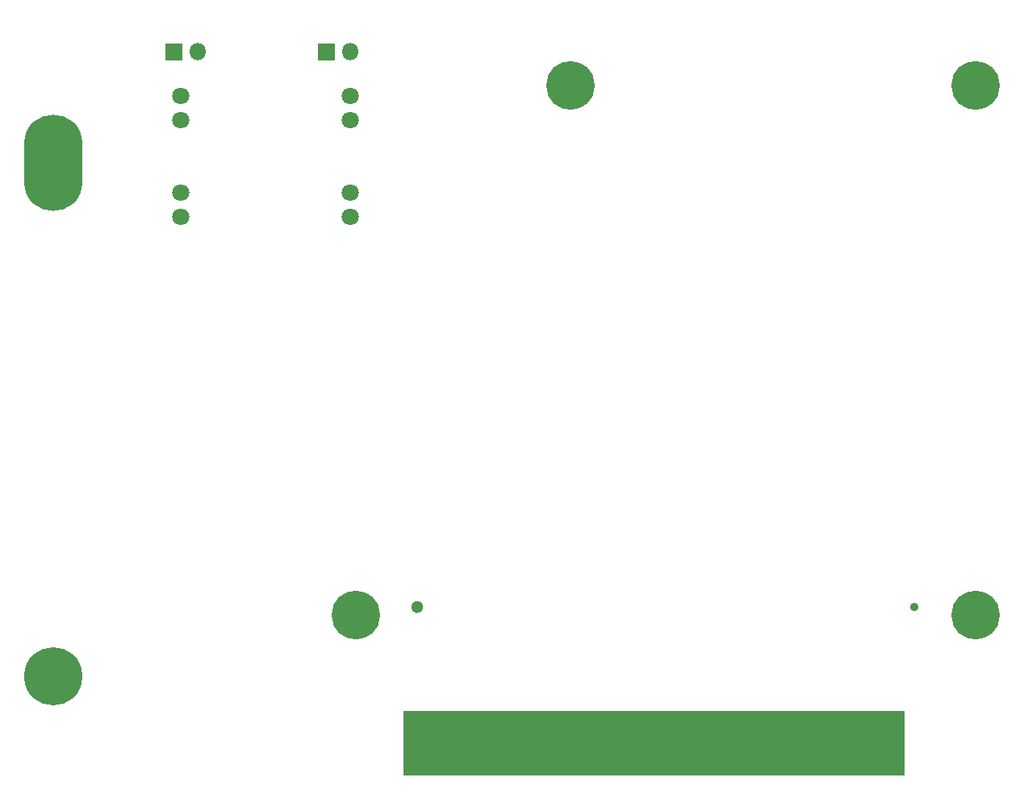
<source format=gbs>
%TF.GenerationSoftware,KiCad,Pcbnew,(5.1.9)-1*%
%TF.CreationDate,2021-07-12T14:13:14+08:00*%
%TF.ProjectId,V1,56312e6b-6963-4616-945f-706362585858,rev?*%
%TF.SameCoordinates,Original*%
%TF.FileFunction,Soldermask,Bot*%
%TF.FilePolarity,Negative*%
%FSLAX46Y46*%
G04 Gerber Fmt 4.6, Leading zero omitted, Abs format (unit mm)*
G04 Created by KiCad (PCBNEW (5.1.9)-1) date 2021-07-12 14:13:14*
%MOMM*%
%LPD*%
G01*
G04 APERTURE LIST*
%ADD10C,0.100000*%
%ADD11O,6.100000X10.100000*%
%ADD12C,6.100000*%
%ADD13C,5.100000*%
%ADD14C,1.300000*%
%ADD15C,0.900000*%
%ADD16O,1.800000X1.800000*%
%ADD17C,1.800000*%
G04 APERTURE END LIST*
D10*
G36*
X184750000Y-135000000D02*
G01*
X132250000Y-135000000D01*
X132250000Y-128350000D01*
X184750000Y-128350000D01*
X184750000Y-135000000D01*
G37*
X184750000Y-135000000D02*
X132250000Y-135000000D01*
X132250000Y-128350000D01*
X184750000Y-128350000D01*
X184750000Y-135000000D01*
G36*
G01*
X183250000Y-132700000D02*
X183250000Y-128400000D01*
G75*
G02*
X183300000Y-128350000I50000J0D01*
G01*
X184000000Y-128350000D01*
G75*
G02*
X184050000Y-128400000I0J-50000D01*
G01*
X184050000Y-132700000D01*
G75*
G02*
X184000000Y-132750000I-50000J0D01*
G01*
X183300000Y-132750000D01*
G75*
G02*
X183250000Y-132700000I0J50000D01*
G01*
G37*
G36*
G01*
X182250000Y-132700000D02*
X182250000Y-128400000D01*
G75*
G02*
X182300000Y-128350000I50000J0D01*
G01*
X183000000Y-128350000D01*
G75*
G02*
X183050000Y-128400000I0J-50000D01*
G01*
X183050000Y-132700000D01*
G75*
G02*
X183000000Y-132750000I-50000J0D01*
G01*
X182300000Y-132750000D01*
G75*
G02*
X182250000Y-132700000I0J50000D01*
G01*
G37*
G36*
G01*
X181250000Y-132700000D02*
X181250000Y-128400000D01*
G75*
G02*
X181300000Y-128350000I50000J0D01*
G01*
X182000000Y-128350000D01*
G75*
G02*
X182050000Y-128400000I0J-50000D01*
G01*
X182050000Y-132700000D01*
G75*
G02*
X182000000Y-132750000I-50000J0D01*
G01*
X181300000Y-132750000D01*
G75*
G02*
X181250000Y-132700000I0J50000D01*
G01*
G37*
G36*
G01*
X180250000Y-132700000D02*
X180250000Y-128400000D01*
G75*
G02*
X180300000Y-128350000I50000J0D01*
G01*
X181000000Y-128350000D01*
G75*
G02*
X181050000Y-128400000I0J-50000D01*
G01*
X181050000Y-132700000D01*
G75*
G02*
X181000000Y-132750000I-50000J0D01*
G01*
X180300000Y-132750000D01*
G75*
G02*
X180250000Y-132700000I0J50000D01*
G01*
G37*
G36*
G01*
X179250000Y-132700000D02*
X179250000Y-128400000D01*
G75*
G02*
X179300000Y-128350000I50000J0D01*
G01*
X180000000Y-128350000D01*
G75*
G02*
X180050000Y-128400000I0J-50000D01*
G01*
X180050000Y-132700000D01*
G75*
G02*
X180000000Y-132750000I-50000J0D01*
G01*
X179300000Y-132750000D01*
G75*
G02*
X179250000Y-132700000I0J50000D01*
G01*
G37*
G36*
G01*
X178250000Y-132700000D02*
X178250000Y-128400000D01*
G75*
G02*
X178300000Y-128350000I50000J0D01*
G01*
X179000000Y-128350000D01*
G75*
G02*
X179050000Y-128400000I0J-50000D01*
G01*
X179050000Y-132700000D01*
G75*
G02*
X179000000Y-132750000I-50000J0D01*
G01*
X178300000Y-132750000D01*
G75*
G02*
X178250000Y-132700000I0J50000D01*
G01*
G37*
G36*
G01*
X177250000Y-132700000D02*
X177250000Y-128400000D01*
G75*
G02*
X177300000Y-128350000I50000J0D01*
G01*
X178000000Y-128350000D01*
G75*
G02*
X178050000Y-128400000I0J-50000D01*
G01*
X178050000Y-132700000D01*
G75*
G02*
X178000000Y-132750000I-50000J0D01*
G01*
X177300000Y-132750000D01*
G75*
G02*
X177250000Y-132700000I0J50000D01*
G01*
G37*
G36*
G01*
X176250000Y-132700000D02*
X176250000Y-128400000D01*
G75*
G02*
X176300000Y-128350000I50000J0D01*
G01*
X177000000Y-128350000D01*
G75*
G02*
X177050000Y-128400000I0J-50000D01*
G01*
X177050000Y-132700000D01*
G75*
G02*
X177000000Y-132750000I-50000J0D01*
G01*
X176300000Y-132750000D01*
G75*
G02*
X176250000Y-132700000I0J50000D01*
G01*
G37*
G36*
G01*
X147250000Y-132700000D02*
X147250000Y-128400000D01*
G75*
G02*
X147300000Y-128350000I50000J0D01*
G01*
X148000000Y-128350000D01*
G75*
G02*
X148050000Y-128400000I0J-50000D01*
G01*
X148050000Y-132700000D01*
G75*
G02*
X148000000Y-132750000I-50000J0D01*
G01*
X147300000Y-132750000D01*
G75*
G02*
X147250000Y-132700000I0J50000D01*
G01*
G37*
G36*
G01*
X146250000Y-132700000D02*
X146250000Y-128400000D01*
G75*
G02*
X146300000Y-128350000I50000J0D01*
G01*
X147000000Y-128350000D01*
G75*
G02*
X147050000Y-128400000I0J-50000D01*
G01*
X147050000Y-132700000D01*
G75*
G02*
X147000000Y-132750000I-50000J0D01*
G01*
X146300000Y-132750000D01*
G75*
G02*
X146250000Y-132700000I0J50000D01*
G01*
G37*
G36*
G01*
X152250000Y-132700000D02*
X152250000Y-128400000D01*
G75*
G02*
X152300000Y-128350000I50000J0D01*
G01*
X153000000Y-128350000D01*
G75*
G02*
X153050000Y-128400000I0J-50000D01*
G01*
X153050000Y-132700000D01*
G75*
G02*
X153000000Y-132750000I-50000J0D01*
G01*
X152300000Y-132750000D01*
G75*
G02*
X152250000Y-132700000I0J50000D01*
G01*
G37*
G36*
G01*
X151250000Y-132700000D02*
X151250000Y-128400000D01*
G75*
G02*
X151300000Y-128350000I50000J0D01*
G01*
X152000000Y-128350000D01*
G75*
G02*
X152050000Y-128400000I0J-50000D01*
G01*
X152050000Y-132700000D01*
G75*
G02*
X152000000Y-132750000I-50000J0D01*
G01*
X151300000Y-132750000D01*
G75*
G02*
X151250000Y-132700000I0J50000D01*
G01*
G37*
G36*
G01*
X150250000Y-132700000D02*
X150250000Y-128400000D01*
G75*
G02*
X150300000Y-128350000I50000J0D01*
G01*
X151000000Y-128350000D01*
G75*
G02*
X151050000Y-128400000I0J-50000D01*
G01*
X151050000Y-132700000D01*
G75*
G02*
X151000000Y-132750000I-50000J0D01*
G01*
X150300000Y-132750000D01*
G75*
G02*
X150250000Y-132700000I0J50000D01*
G01*
G37*
G36*
G01*
X149250000Y-132700000D02*
X149250000Y-128400000D01*
G75*
G02*
X149300000Y-128350000I50000J0D01*
G01*
X150000000Y-128350000D01*
G75*
G02*
X150050000Y-128400000I0J-50000D01*
G01*
X150050000Y-132700000D01*
G75*
G02*
X150000000Y-132750000I-50000J0D01*
G01*
X149300000Y-132750000D01*
G75*
G02*
X149250000Y-132700000I0J50000D01*
G01*
G37*
G36*
G01*
X148250000Y-132700000D02*
X148250000Y-128400000D01*
G75*
G02*
X148300000Y-128350000I50000J0D01*
G01*
X149000000Y-128350000D01*
G75*
G02*
X149050000Y-128400000I0J-50000D01*
G01*
X149050000Y-132700000D01*
G75*
G02*
X149000000Y-132750000I-50000J0D01*
G01*
X148300000Y-132750000D01*
G75*
G02*
X148250000Y-132700000I0J50000D01*
G01*
G37*
G36*
G01*
X143250000Y-132700000D02*
X143250000Y-128400000D01*
G75*
G02*
X143300000Y-128350000I50000J0D01*
G01*
X144000000Y-128350000D01*
G75*
G02*
X144050000Y-128400000I0J-50000D01*
G01*
X144050000Y-132700000D01*
G75*
G02*
X144000000Y-132750000I-50000J0D01*
G01*
X143300000Y-132750000D01*
G75*
G02*
X143250000Y-132700000I0J50000D01*
G01*
G37*
G36*
G01*
X142250000Y-132700000D02*
X142250000Y-128400000D01*
G75*
G02*
X142300000Y-128350000I50000J0D01*
G01*
X143000000Y-128350000D01*
G75*
G02*
X143050000Y-128400000I0J-50000D01*
G01*
X143050000Y-132700000D01*
G75*
G02*
X143000000Y-132750000I-50000J0D01*
G01*
X142300000Y-132750000D01*
G75*
G02*
X142250000Y-132700000I0J50000D01*
G01*
G37*
G36*
G01*
X141250000Y-132700000D02*
X141250000Y-128400000D01*
G75*
G02*
X141300000Y-128350000I50000J0D01*
G01*
X142000000Y-128350000D01*
G75*
G02*
X142050000Y-128400000I0J-50000D01*
G01*
X142050000Y-132700000D01*
G75*
G02*
X142000000Y-132750000I-50000J0D01*
G01*
X141300000Y-132750000D01*
G75*
G02*
X141250000Y-132700000I0J50000D01*
G01*
G37*
G36*
G01*
X140250000Y-132700000D02*
X140250000Y-128400000D01*
G75*
G02*
X140300000Y-128350000I50000J0D01*
G01*
X141000000Y-128350000D01*
G75*
G02*
X141050000Y-128400000I0J-50000D01*
G01*
X141050000Y-132700000D01*
G75*
G02*
X141000000Y-132750000I-50000J0D01*
G01*
X140300000Y-132750000D01*
G75*
G02*
X140250000Y-132700000I0J50000D01*
G01*
G37*
G36*
G01*
X139250000Y-132700000D02*
X139250000Y-128400000D01*
G75*
G02*
X139300000Y-128350000I50000J0D01*
G01*
X140000000Y-128350000D01*
G75*
G02*
X140050000Y-128400000I0J-50000D01*
G01*
X140050000Y-132700000D01*
G75*
G02*
X140000000Y-132750000I-50000J0D01*
G01*
X139300000Y-132750000D01*
G75*
G02*
X139250000Y-132700000I0J50000D01*
G01*
G37*
G36*
G01*
X138250000Y-132700000D02*
X138250000Y-128400000D01*
G75*
G02*
X138300000Y-128350000I50000J0D01*
G01*
X139000000Y-128350000D01*
G75*
G02*
X139050000Y-128400000I0J-50000D01*
G01*
X139050000Y-132700000D01*
G75*
G02*
X139000000Y-132750000I-50000J0D01*
G01*
X138300000Y-132750000D01*
G75*
G02*
X138250000Y-132700000I0J50000D01*
G01*
G37*
G36*
G01*
X137250000Y-132700000D02*
X137250000Y-128400000D01*
G75*
G02*
X137300000Y-128350000I50000J0D01*
G01*
X138000000Y-128350000D01*
G75*
G02*
X138050000Y-128400000I0J-50000D01*
G01*
X138050000Y-132700000D01*
G75*
G02*
X138000000Y-132750000I-50000J0D01*
G01*
X137300000Y-132750000D01*
G75*
G02*
X137250000Y-132700000I0J50000D01*
G01*
G37*
G36*
G01*
X136250000Y-132700000D02*
X136250000Y-128400000D01*
G75*
G02*
X136300000Y-128350000I50000J0D01*
G01*
X137000000Y-128350000D01*
G75*
G02*
X137050000Y-128400000I0J-50000D01*
G01*
X137050000Y-132700000D01*
G75*
G02*
X137000000Y-132750000I-50000J0D01*
G01*
X136300000Y-132750000D01*
G75*
G02*
X136250000Y-132700000I0J50000D01*
G01*
G37*
G36*
G01*
X135250000Y-132700000D02*
X135250000Y-128400000D01*
G75*
G02*
X135300000Y-128350000I50000J0D01*
G01*
X136000000Y-128350000D01*
G75*
G02*
X136050000Y-128400000I0J-50000D01*
G01*
X136050000Y-132700000D01*
G75*
G02*
X136000000Y-132750000I-50000J0D01*
G01*
X135300000Y-132750000D01*
G75*
G02*
X135250000Y-132700000I0J50000D01*
G01*
G37*
G36*
G01*
X134250000Y-132700000D02*
X134250000Y-128400000D01*
G75*
G02*
X134300000Y-128350000I50000J0D01*
G01*
X135000000Y-128350000D01*
G75*
G02*
X135050000Y-128400000I0J-50000D01*
G01*
X135050000Y-132700000D01*
G75*
G02*
X135000000Y-132750000I-50000J0D01*
G01*
X134300000Y-132750000D01*
G75*
G02*
X134250000Y-132700000I0J50000D01*
G01*
G37*
G36*
G01*
X133250000Y-131600000D02*
X133250000Y-128400000D01*
G75*
G02*
X133300000Y-128350000I50000J0D01*
G01*
X134000000Y-128350000D01*
G75*
G02*
X134050000Y-128400000I0J-50000D01*
G01*
X134050000Y-131600000D01*
G75*
G02*
X134000000Y-131650000I-50000J0D01*
G01*
X133300000Y-131650000D01*
G75*
G02*
X133250000Y-131600000I0J50000D01*
G01*
G37*
G36*
G01*
X153250000Y-132700000D02*
X153250000Y-128400000D01*
G75*
G02*
X153300000Y-128350000I50000J0D01*
G01*
X154000000Y-128350000D01*
G75*
G02*
X154050000Y-128400000I0J-50000D01*
G01*
X154050000Y-132700000D01*
G75*
G02*
X154000000Y-132750000I-50000J0D01*
G01*
X153300000Y-132750000D01*
G75*
G02*
X153250000Y-132700000I0J50000D01*
G01*
G37*
G36*
G01*
X154250000Y-132700000D02*
X154250000Y-128400000D01*
G75*
G02*
X154300000Y-128350000I50000J0D01*
G01*
X155000000Y-128350000D01*
G75*
G02*
X155050000Y-128400000I0J-50000D01*
G01*
X155050000Y-132700000D01*
G75*
G02*
X155000000Y-132750000I-50000J0D01*
G01*
X154300000Y-132750000D01*
G75*
G02*
X154250000Y-132700000I0J50000D01*
G01*
G37*
G36*
G01*
X155250000Y-132700000D02*
X155250000Y-128400000D01*
G75*
G02*
X155300000Y-128350000I50000J0D01*
G01*
X156000000Y-128350000D01*
G75*
G02*
X156050000Y-128400000I0J-50000D01*
G01*
X156050000Y-132700000D01*
G75*
G02*
X156000000Y-132750000I-50000J0D01*
G01*
X155300000Y-132750000D01*
G75*
G02*
X155250000Y-132700000I0J50000D01*
G01*
G37*
G36*
G01*
X156250000Y-132700000D02*
X156250000Y-128400000D01*
G75*
G02*
X156300000Y-128350000I50000J0D01*
G01*
X157000000Y-128350000D01*
G75*
G02*
X157050000Y-128400000I0J-50000D01*
G01*
X157050000Y-132700000D01*
G75*
G02*
X157000000Y-132750000I-50000J0D01*
G01*
X156300000Y-132750000D01*
G75*
G02*
X156250000Y-132700000I0J50000D01*
G01*
G37*
G36*
G01*
X157250000Y-132700000D02*
X157250000Y-128400000D01*
G75*
G02*
X157300000Y-128350000I50000J0D01*
G01*
X158000000Y-128350000D01*
G75*
G02*
X158050000Y-128400000I0J-50000D01*
G01*
X158050000Y-132700000D01*
G75*
G02*
X158000000Y-132750000I-50000J0D01*
G01*
X157300000Y-132750000D01*
G75*
G02*
X157250000Y-132700000I0J50000D01*
G01*
G37*
G36*
G01*
X158250000Y-132700000D02*
X158250000Y-128400000D01*
G75*
G02*
X158300000Y-128350000I50000J0D01*
G01*
X159000000Y-128350000D01*
G75*
G02*
X159050000Y-128400000I0J-50000D01*
G01*
X159050000Y-132700000D01*
G75*
G02*
X159000000Y-132750000I-50000J0D01*
G01*
X158300000Y-132750000D01*
G75*
G02*
X158250000Y-132700000I0J50000D01*
G01*
G37*
G36*
G01*
X159250000Y-132700000D02*
X159250000Y-128400000D01*
G75*
G02*
X159300000Y-128350000I50000J0D01*
G01*
X160000000Y-128350000D01*
G75*
G02*
X160050000Y-128400000I0J-50000D01*
G01*
X160050000Y-132700000D01*
G75*
G02*
X160000000Y-132750000I-50000J0D01*
G01*
X159300000Y-132750000D01*
G75*
G02*
X159250000Y-132700000I0J50000D01*
G01*
G37*
G36*
G01*
X160250000Y-132700000D02*
X160250000Y-128400000D01*
G75*
G02*
X160300000Y-128350000I50000J0D01*
G01*
X161000000Y-128350000D01*
G75*
G02*
X161050000Y-128400000I0J-50000D01*
G01*
X161050000Y-132700000D01*
G75*
G02*
X161000000Y-132750000I-50000J0D01*
G01*
X160300000Y-132750000D01*
G75*
G02*
X160250000Y-132700000I0J50000D01*
G01*
G37*
G36*
G01*
X161250000Y-132700000D02*
X161250000Y-128400000D01*
G75*
G02*
X161300000Y-128350000I50000J0D01*
G01*
X162000000Y-128350000D01*
G75*
G02*
X162050000Y-128400000I0J-50000D01*
G01*
X162050000Y-132700000D01*
G75*
G02*
X162000000Y-132750000I-50000J0D01*
G01*
X161300000Y-132750000D01*
G75*
G02*
X161250000Y-132700000I0J50000D01*
G01*
G37*
G36*
G01*
X162250000Y-132700000D02*
X162250000Y-128400000D01*
G75*
G02*
X162300000Y-128350000I50000J0D01*
G01*
X163000000Y-128350000D01*
G75*
G02*
X163050000Y-128400000I0J-50000D01*
G01*
X163050000Y-132700000D01*
G75*
G02*
X163000000Y-132750000I-50000J0D01*
G01*
X162300000Y-132750000D01*
G75*
G02*
X162250000Y-132700000I0J50000D01*
G01*
G37*
G36*
G01*
X163250000Y-132700000D02*
X163250000Y-128400000D01*
G75*
G02*
X163300000Y-128350000I50000J0D01*
G01*
X164000000Y-128350000D01*
G75*
G02*
X164050000Y-128400000I0J-50000D01*
G01*
X164050000Y-132700000D01*
G75*
G02*
X164000000Y-132750000I-50000J0D01*
G01*
X163300000Y-132750000D01*
G75*
G02*
X163250000Y-132700000I0J50000D01*
G01*
G37*
G36*
G01*
X164250000Y-132700000D02*
X164250000Y-128400000D01*
G75*
G02*
X164300000Y-128350000I50000J0D01*
G01*
X165000000Y-128350000D01*
G75*
G02*
X165050000Y-128400000I0J-50000D01*
G01*
X165050000Y-132700000D01*
G75*
G02*
X165000000Y-132750000I-50000J0D01*
G01*
X164300000Y-132750000D01*
G75*
G02*
X164250000Y-132700000I0J50000D01*
G01*
G37*
G36*
G01*
X165250000Y-132700000D02*
X165250000Y-128400000D01*
G75*
G02*
X165300000Y-128350000I50000J0D01*
G01*
X166000000Y-128350000D01*
G75*
G02*
X166050000Y-128400000I0J-50000D01*
G01*
X166050000Y-132700000D01*
G75*
G02*
X166000000Y-132750000I-50000J0D01*
G01*
X165300000Y-132750000D01*
G75*
G02*
X165250000Y-132700000I0J50000D01*
G01*
G37*
G36*
G01*
X166250000Y-132700000D02*
X166250000Y-128400000D01*
G75*
G02*
X166300000Y-128350000I50000J0D01*
G01*
X167000000Y-128350000D01*
G75*
G02*
X167050000Y-128400000I0J-50000D01*
G01*
X167050000Y-132700000D01*
G75*
G02*
X167000000Y-132750000I-50000J0D01*
G01*
X166300000Y-132750000D01*
G75*
G02*
X166250000Y-132700000I0J50000D01*
G01*
G37*
G36*
G01*
X167250000Y-132700000D02*
X167250000Y-128400000D01*
G75*
G02*
X167300000Y-128350000I50000J0D01*
G01*
X168000000Y-128350000D01*
G75*
G02*
X168050000Y-128400000I0J-50000D01*
G01*
X168050000Y-132700000D01*
G75*
G02*
X168000000Y-132750000I-50000J0D01*
G01*
X167300000Y-132750000D01*
G75*
G02*
X167250000Y-132700000I0J50000D01*
G01*
G37*
G36*
G01*
X168250000Y-132700000D02*
X168250000Y-128400000D01*
G75*
G02*
X168300000Y-128350000I50000J0D01*
G01*
X169000000Y-128350000D01*
G75*
G02*
X169050000Y-128400000I0J-50000D01*
G01*
X169050000Y-132700000D01*
G75*
G02*
X169000000Y-132750000I-50000J0D01*
G01*
X168300000Y-132750000D01*
G75*
G02*
X168250000Y-132700000I0J50000D01*
G01*
G37*
G36*
G01*
X169250000Y-132700000D02*
X169250000Y-128400000D01*
G75*
G02*
X169300000Y-128350000I50000J0D01*
G01*
X170000000Y-128350000D01*
G75*
G02*
X170050000Y-128400000I0J-50000D01*
G01*
X170050000Y-132700000D01*
G75*
G02*
X170000000Y-132750000I-50000J0D01*
G01*
X169300000Y-132750000D01*
G75*
G02*
X169250000Y-132700000I0J50000D01*
G01*
G37*
G36*
G01*
X170250000Y-132700000D02*
X170250000Y-128400000D01*
G75*
G02*
X170300000Y-128350000I50000J0D01*
G01*
X171000000Y-128350000D01*
G75*
G02*
X171050000Y-128400000I0J-50000D01*
G01*
X171050000Y-132700000D01*
G75*
G02*
X171000000Y-132750000I-50000J0D01*
G01*
X170300000Y-132750000D01*
G75*
G02*
X170250000Y-132700000I0J50000D01*
G01*
G37*
G36*
G01*
X171250000Y-132700000D02*
X171250000Y-128400000D01*
G75*
G02*
X171300000Y-128350000I50000J0D01*
G01*
X172000000Y-128350000D01*
G75*
G02*
X172050000Y-128400000I0J-50000D01*
G01*
X172050000Y-132700000D01*
G75*
G02*
X172000000Y-132750000I-50000J0D01*
G01*
X171300000Y-132750000D01*
G75*
G02*
X171250000Y-132700000I0J50000D01*
G01*
G37*
G36*
G01*
X172250000Y-132700000D02*
X172250000Y-128400000D01*
G75*
G02*
X172300000Y-128350000I50000J0D01*
G01*
X173000000Y-128350000D01*
G75*
G02*
X173050000Y-128400000I0J-50000D01*
G01*
X173050000Y-132700000D01*
G75*
G02*
X173000000Y-132750000I-50000J0D01*
G01*
X172300000Y-132750000D01*
G75*
G02*
X172250000Y-132700000I0J50000D01*
G01*
G37*
G36*
G01*
X173250000Y-132700000D02*
X173250000Y-128400000D01*
G75*
G02*
X173300000Y-128350000I50000J0D01*
G01*
X174000000Y-128350000D01*
G75*
G02*
X174050000Y-128400000I0J-50000D01*
G01*
X174050000Y-132700000D01*
G75*
G02*
X174000000Y-132750000I-50000J0D01*
G01*
X173300000Y-132750000D01*
G75*
G02*
X173250000Y-132700000I0J50000D01*
G01*
G37*
G36*
G01*
X174250000Y-132700000D02*
X174250000Y-128400000D01*
G75*
G02*
X174300000Y-128350000I50000J0D01*
G01*
X175000000Y-128350000D01*
G75*
G02*
X175050000Y-128400000I0J-50000D01*
G01*
X175050000Y-132700000D01*
G75*
G02*
X175000000Y-132750000I-50000J0D01*
G01*
X174300000Y-132750000D01*
G75*
G02*
X174250000Y-132700000I0J50000D01*
G01*
G37*
G36*
G01*
X175250000Y-132700000D02*
X175250000Y-128400000D01*
G75*
G02*
X175300000Y-128350000I50000J0D01*
G01*
X176000000Y-128350000D01*
G75*
G02*
X176050000Y-128400000I0J-50000D01*
G01*
X176050000Y-132700000D01*
G75*
G02*
X176000000Y-132750000I-50000J0D01*
G01*
X175300000Y-132750000D01*
G75*
G02*
X175250000Y-132700000I0J50000D01*
G01*
G37*
D11*
X95500000Y-70739000D03*
D12*
X95500000Y-124650001D03*
D13*
X192250000Y-118220000D03*
X192250000Y-62620000D03*
X149750000Y-62620000D03*
D14*
X133650000Y-117420000D03*
D15*
X185850000Y-117420000D03*
D13*
X127250000Y-118220000D03*
G36*
G01*
X124980000Y-59980000D02*
X123280000Y-59980000D01*
G75*
G02*
X123230000Y-59930000I0J50000D01*
G01*
X123230000Y-58230000D01*
G75*
G02*
X123280000Y-58180000I50000J0D01*
G01*
X124980000Y-58180000D01*
G75*
G02*
X125030000Y-58230000I0J-50000D01*
G01*
X125030000Y-59930000D01*
G75*
G02*
X124980000Y-59980000I-50000J0D01*
G01*
G37*
D16*
X126670000Y-59080000D03*
G36*
G01*
X108980000Y-59980000D02*
X107280000Y-59980000D01*
G75*
G02*
X107230000Y-59930000I0J50000D01*
G01*
X107230000Y-58230000D01*
G75*
G02*
X107280000Y-58180000I50000J0D01*
G01*
X108980000Y-58180000D01*
G75*
G02*
X109030000Y-58230000I0J-50000D01*
G01*
X109030000Y-59930000D01*
G75*
G02*
X108980000Y-59980000I-50000J0D01*
G01*
G37*
X110670000Y-59080000D03*
D17*
X126598000Y-76454000D03*
X126598000Y-73914000D03*
X126598000Y-63754000D03*
X126598000Y-66294000D03*
X108818000Y-66294000D03*
X108818000Y-63754000D03*
X108818000Y-76454000D03*
X108818000Y-73914000D03*
M02*

</source>
